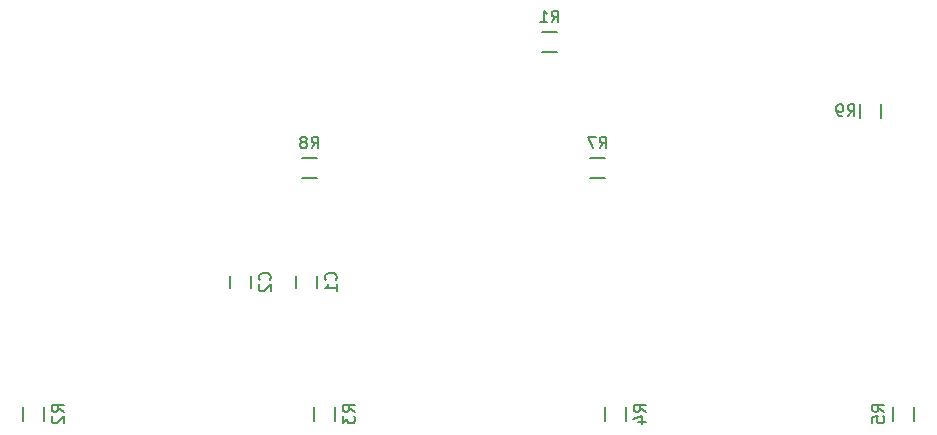
<source format=gbr>
G04 #@! TF.FileFunction,Legend,Bot*
%FSLAX46Y46*%
G04 Gerber Fmt 4.6, Leading zero omitted, Abs format (unit mm)*
G04 Created by KiCad (PCBNEW 4.0.7) date Wednesday, July 11, 2018 'PMt' 04:07:28 PM*
%MOMM*%
%LPD*%
G01*
G04 APERTURE LIST*
%ADD10C,0.100000*%
%ADD11C,0.150000*%
G04 APERTURE END LIST*
D10*
D11*
X68160000Y-99576000D02*
X68160000Y-100576000D01*
X66460000Y-100576000D02*
X66460000Y-99576000D01*
X62572000Y-99576000D02*
X62572000Y-100576000D01*
X60872000Y-100576000D02*
X60872000Y-99576000D01*
X87284000Y-80631000D02*
X88484000Y-80631000D01*
X88484000Y-78881000D02*
X87284000Y-78881000D01*
X43321000Y-110652000D02*
X43321000Y-111852000D01*
X45071000Y-111852000D02*
X45071000Y-110652000D01*
X67959000Y-110652000D02*
X67959000Y-111852000D01*
X69709000Y-111852000D02*
X69709000Y-110652000D01*
X92597000Y-110652000D02*
X92597000Y-111852000D01*
X94347000Y-111852000D02*
X94347000Y-110652000D01*
X118731000Y-111852000D02*
X118731000Y-110652000D01*
X116981000Y-110652000D02*
X116981000Y-111852000D01*
X91348000Y-91299000D02*
X92548000Y-91299000D01*
X92548000Y-89549000D02*
X91348000Y-89549000D01*
X66964000Y-91299000D02*
X68164000Y-91299000D01*
X68164000Y-89549000D02*
X66964000Y-89549000D01*
X115937000Y-86198000D02*
X115937000Y-84998000D01*
X114187000Y-84998000D02*
X114187000Y-86198000D01*
X69767143Y-99909334D02*
X69814762Y-99861715D01*
X69862381Y-99718858D01*
X69862381Y-99623620D01*
X69814762Y-99480762D01*
X69719524Y-99385524D01*
X69624286Y-99337905D01*
X69433810Y-99290286D01*
X69290952Y-99290286D01*
X69100476Y-99337905D01*
X69005238Y-99385524D01*
X68910000Y-99480762D01*
X68862381Y-99623620D01*
X68862381Y-99718858D01*
X68910000Y-99861715D01*
X68957619Y-99909334D01*
X69862381Y-100861715D02*
X69862381Y-100290286D01*
X69862381Y-100576000D02*
X68862381Y-100576000D01*
X69005238Y-100480762D01*
X69100476Y-100385524D01*
X69148095Y-100290286D01*
X64179143Y-99909334D02*
X64226762Y-99861715D01*
X64274381Y-99718858D01*
X64274381Y-99623620D01*
X64226762Y-99480762D01*
X64131524Y-99385524D01*
X64036286Y-99337905D01*
X63845810Y-99290286D01*
X63702952Y-99290286D01*
X63512476Y-99337905D01*
X63417238Y-99385524D01*
X63322000Y-99480762D01*
X63274381Y-99623620D01*
X63274381Y-99718858D01*
X63322000Y-99861715D01*
X63369619Y-99909334D01*
X63369619Y-100290286D02*
X63322000Y-100337905D01*
X63274381Y-100433143D01*
X63274381Y-100671239D01*
X63322000Y-100766477D01*
X63369619Y-100814096D01*
X63464857Y-100861715D01*
X63560095Y-100861715D01*
X63702952Y-100814096D01*
X64274381Y-100242667D01*
X64274381Y-100861715D01*
X88050666Y-78108381D02*
X88384000Y-77632190D01*
X88622095Y-78108381D02*
X88622095Y-77108381D01*
X88241142Y-77108381D01*
X88145904Y-77156000D01*
X88098285Y-77203619D01*
X88050666Y-77298857D01*
X88050666Y-77441714D01*
X88098285Y-77536952D01*
X88145904Y-77584571D01*
X88241142Y-77632190D01*
X88622095Y-77632190D01*
X87098285Y-78108381D02*
X87669714Y-78108381D01*
X87384000Y-78108381D02*
X87384000Y-77108381D01*
X87479238Y-77251238D01*
X87574476Y-77346476D01*
X87669714Y-77394095D01*
X46748381Y-111085334D02*
X46272190Y-110752000D01*
X46748381Y-110513905D02*
X45748381Y-110513905D01*
X45748381Y-110894858D01*
X45796000Y-110990096D01*
X45843619Y-111037715D01*
X45938857Y-111085334D01*
X46081714Y-111085334D01*
X46176952Y-111037715D01*
X46224571Y-110990096D01*
X46272190Y-110894858D01*
X46272190Y-110513905D01*
X45843619Y-111466286D02*
X45796000Y-111513905D01*
X45748381Y-111609143D01*
X45748381Y-111847239D01*
X45796000Y-111942477D01*
X45843619Y-111990096D01*
X45938857Y-112037715D01*
X46034095Y-112037715D01*
X46176952Y-111990096D01*
X46748381Y-111418667D01*
X46748381Y-112037715D01*
X71386381Y-111085334D02*
X70910190Y-110752000D01*
X71386381Y-110513905D02*
X70386381Y-110513905D01*
X70386381Y-110894858D01*
X70434000Y-110990096D01*
X70481619Y-111037715D01*
X70576857Y-111085334D01*
X70719714Y-111085334D01*
X70814952Y-111037715D01*
X70862571Y-110990096D01*
X70910190Y-110894858D01*
X70910190Y-110513905D01*
X70386381Y-111418667D02*
X70386381Y-112037715D01*
X70767333Y-111704381D01*
X70767333Y-111847239D01*
X70814952Y-111942477D01*
X70862571Y-111990096D01*
X70957810Y-112037715D01*
X71195905Y-112037715D01*
X71291143Y-111990096D01*
X71338762Y-111942477D01*
X71386381Y-111847239D01*
X71386381Y-111561524D01*
X71338762Y-111466286D01*
X71291143Y-111418667D01*
X96024381Y-111085334D02*
X95548190Y-110752000D01*
X96024381Y-110513905D02*
X95024381Y-110513905D01*
X95024381Y-110894858D01*
X95072000Y-110990096D01*
X95119619Y-111037715D01*
X95214857Y-111085334D01*
X95357714Y-111085334D01*
X95452952Y-111037715D01*
X95500571Y-110990096D01*
X95548190Y-110894858D01*
X95548190Y-110513905D01*
X95357714Y-111942477D02*
X96024381Y-111942477D01*
X94976762Y-111704381D02*
X95691048Y-111466286D01*
X95691048Y-112085334D01*
X116208381Y-111085334D02*
X115732190Y-110752000D01*
X116208381Y-110513905D02*
X115208381Y-110513905D01*
X115208381Y-110894858D01*
X115256000Y-110990096D01*
X115303619Y-111037715D01*
X115398857Y-111085334D01*
X115541714Y-111085334D01*
X115636952Y-111037715D01*
X115684571Y-110990096D01*
X115732190Y-110894858D01*
X115732190Y-110513905D01*
X115208381Y-111990096D02*
X115208381Y-111513905D01*
X115684571Y-111466286D01*
X115636952Y-111513905D01*
X115589333Y-111609143D01*
X115589333Y-111847239D01*
X115636952Y-111942477D01*
X115684571Y-111990096D01*
X115779810Y-112037715D01*
X116017905Y-112037715D01*
X116113143Y-111990096D01*
X116160762Y-111942477D01*
X116208381Y-111847239D01*
X116208381Y-111609143D01*
X116160762Y-111513905D01*
X116113143Y-111466286D01*
X92114666Y-88776381D02*
X92448000Y-88300190D01*
X92686095Y-88776381D02*
X92686095Y-87776381D01*
X92305142Y-87776381D01*
X92209904Y-87824000D01*
X92162285Y-87871619D01*
X92114666Y-87966857D01*
X92114666Y-88109714D01*
X92162285Y-88204952D01*
X92209904Y-88252571D01*
X92305142Y-88300190D01*
X92686095Y-88300190D01*
X91781333Y-87776381D02*
X91114666Y-87776381D01*
X91543238Y-88776381D01*
X67730666Y-88776381D02*
X68064000Y-88300190D01*
X68302095Y-88776381D02*
X68302095Y-87776381D01*
X67921142Y-87776381D01*
X67825904Y-87824000D01*
X67778285Y-87871619D01*
X67730666Y-87966857D01*
X67730666Y-88109714D01*
X67778285Y-88204952D01*
X67825904Y-88252571D01*
X67921142Y-88300190D01*
X68302095Y-88300190D01*
X67159238Y-88204952D02*
X67254476Y-88157333D01*
X67302095Y-88109714D01*
X67349714Y-88014476D01*
X67349714Y-87966857D01*
X67302095Y-87871619D01*
X67254476Y-87824000D01*
X67159238Y-87776381D01*
X66968761Y-87776381D01*
X66873523Y-87824000D01*
X66825904Y-87871619D01*
X66778285Y-87966857D01*
X66778285Y-88014476D01*
X66825904Y-88109714D01*
X66873523Y-88157333D01*
X66968761Y-88204952D01*
X67159238Y-88204952D01*
X67254476Y-88252571D01*
X67302095Y-88300190D01*
X67349714Y-88395429D01*
X67349714Y-88585905D01*
X67302095Y-88681143D01*
X67254476Y-88728762D01*
X67159238Y-88776381D01*
X66968761Y-88776381D01*
X66873523Y-88728762D01*
X66825904Y-88681143D01*
X66778285Y-88585905D01*
X66778285Y-88395429D01*
X66825904Y-88300190D01*
X66873523Y-88252571D01*
X66968761Y-88204952D01*
X113128666Y-86050381D02*
X113462000Y-85574190D01*
X113700095Y-86050381D02*
X113700095Y-85050381D01*
X113319142Y-85050381D01*
X113223904Y-85098000D01*
X113176285Y-85145619D01*
X113128666Y-85240857D01*
X113128666Y-85383714D01*
X113176285Y-85478952D01*
X113223904Y-85526571D01*
X113319142Y-85574190D01*
X113700095Y-85574190D01*
X112652476Y-86050381D02*
X112462000Y-86050381D01*
X112366761Y-86002762D01*
X112319142Y-85955143D01*
X112223904Y-85812286D01*
X112176285Y-85621810D01*
X112176285Y-85240857D01*
X112223904Y-85145619D01*
X112271523Y-85098000D01*
X112366761Y-85050381D01*
X112557238Y-85050381D01*
X112652476Y-85098000D01*
X112700095Y-85145619D01*
X112747714Y-85240857D01*
X112747714Y-85478952D01*
X112700095Y-85574190D01*
X112652476Y-85621810D01*
X112557238Y-85669429D01*
X112366761Y-85669429D01*
X112271523Y-85621810D01*
X112223904Y-85574190D01*
X112176285Y-85478952D01*
M02*

</source>
